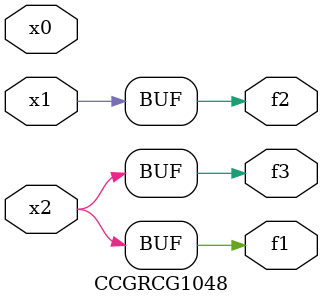
<source format=v>
module CCGRCG1048(
	input x0, x1, x2,
	output f1, f2, f3
);
	assign f1 = x2;
	assign f2 = x1;
	assign f3 = x2;
endmodule

</source>
